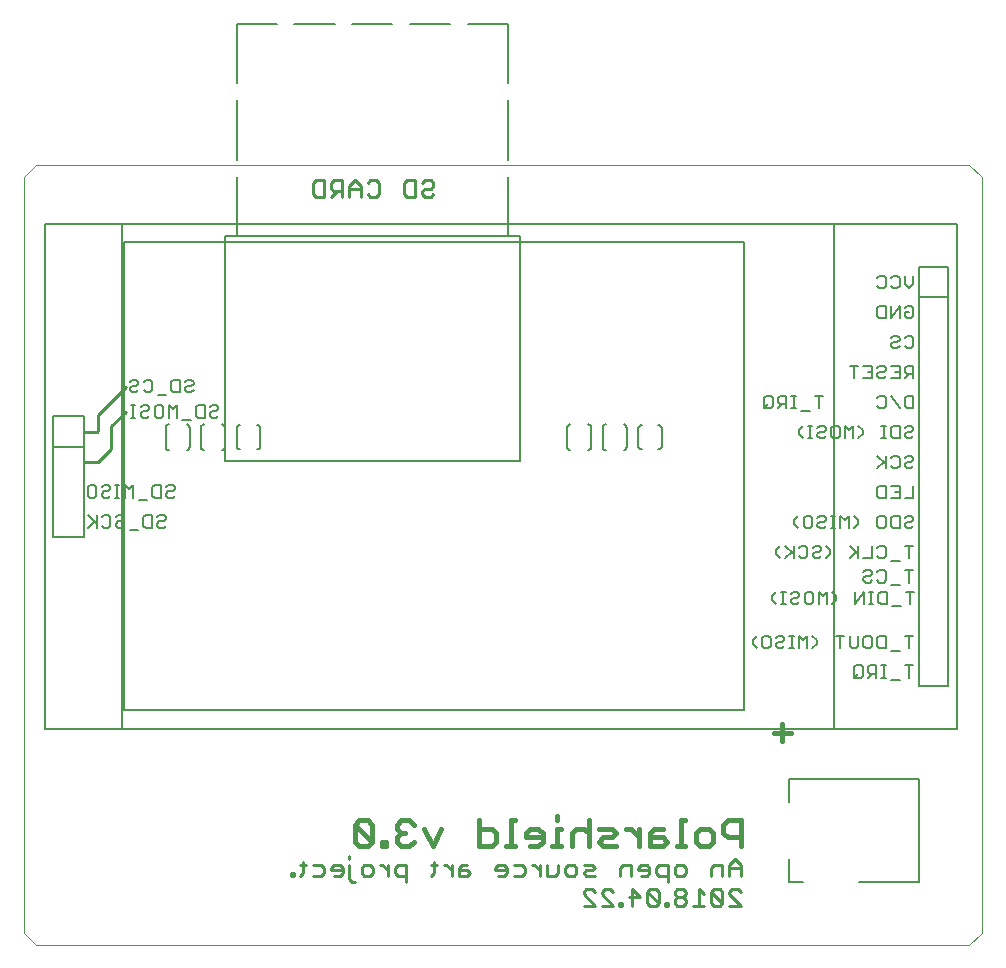
<source format=gbo>
G75*
%MOIN*%
%OFA0B0*%
%FSLAX25Y25*%
%IPPOS*%
%LPD*%
%AMOC8*
5,1,8,0,0,1.08239X$1,22.5*
%
%ADD10C,0.00000*%
%ADD11C,0.01500*%
%ADD12C,0.00800*%
%ADD13C,0.01000*%
%ADD14C,0.00500*%
D10*
X0001000Y0004937D02*
X0001000Y0256906D01*
X0004937Y0260843D01*
X0315961Y0260843D01*
X0320409Y0256906D01*
X0320409Y0004937D01*
X0315961Y0001000D01*
X0004937Y0001000D01*
X0001000Y0004937D01*
D11*
X0111405Y0035399D02*
X0112823Y0033982D01*
X0115659Y0033982D01*
X0117077Y0035399D01*
X0111405Y0041071D01*
X0111405Y0035399D01*
X0117077Y0035399D02*
X0117077Y0041071D01*
X0115659Y0042489D01*
X0112823Y0042489D01*
X0111405Y0041071D01*
X0120263Y0035399D02*
X0120263Y0033982D01*
X0121680Y0033982D01*
X0121680Y0035399D01*
X0120263Y0035399D01*
X0125217Y0035399D02*
X0126635Y0033982D01*
X0129470Y0033982D01*
X0130888Y0035399D01*
X0128053Y0038235D02*
X0126635Y0038235D01*
X0125217Y0036817D01*
X0125217Y0035399D01*
X0126635Y0038235D02*
X0125217Y0039653D01*
X0125217Y0041071D01*
X0126635Y0042489D01*
X0129470Y0042489D01*
X0130888Y0041071D01*
X0134425Y0039653D02*
X0137260Y0033982D01*
X0140096Y0039653D01*
X0152840Y0039653D02*
X0157094Y0039653D01*
X0158512Y0038235D01*
X0158512Y0035399D01*
X0157094Y0033982D01*
X0152840Y0033982D01*
X0152840Y0042489D01*
X0163233Y0042489D02*
X0163233Y0033982D01*
X0164650Y0033982D02*
X0161815Y0033982D01*
X0168187Y0036817D02*
X0168187Y0038235D01*
X0169605Y0039653D01*
X0172440Y0039653D01*
X0173858Y0038235D01*
X0173858Y0035399D01*
X0172440Y0033982D01*
X0169605Y0033982D01*
X0168187Y0036817D02*
X0173858Y0036817D01*
X0177161Y0033982D02*
X0179997Y0033982D01*
X0178579Y0033982D02*
X0178579Y0039653D01*
X0179997Y0039653D01*
X0178579Y0042489D02*
X0178579Y0043907D01*
X0183533Y0038235D02*
X0183533Y0033982D01*
X0189205Y0033982D02*
X0189205Y0042489D01*
X0187787Y0039653D02*
X0184951Y0039653D01*
X0183533Y0038235D01*
X0187787Y0039653D02*
X0189205Y0038235D01*
X0192741Y0039653D02*
X0196995Y0039653D01*
X0198413Y0038235D01*
X0196995Y0036817D01*
X0194159Y0036817D01*
X0192741Y0035399D01*
X0194159Y0033982D01*
X0198413Y0033982D01*
X0201832Y0039653D02*
X0203250Y0039653D01*
X0206086Y0036817D01*
X0206086Y0033982D02*
X0206086Y0039653D01*
X0209622Y0038235D02*
X0209622Y0033982D01*
X0213876Y0033982D01*
X0215294Y0035399D01*
X0213876Y0036817D01*
X0209622Y0036817D01*
X0209622Y0038235D02*
X0211040Y0039653D01*
X0213876Y0039653D01*
X0220014Y0042489D02*
X0220014Y0033982D01*
X0218597Y0033982D02*
X0221432Y0033982D01*
X0224969Y0035399D02*
X0224969Y0038235D01*
X0226387Y0039653D01*
X0229222Y0039653D01*
X0230640Y0038235D01*
X0230640Y0035399D01*
X0229222Y0033982D01*
X0226387Y0033982D01*
X0224969Y0035399D01*
X0221432Y0042489D02*
X0220014Y0042489D01*
X0234177Y0041071D02*
X0234177Y0038235D01*
X0235594Y0036817D01*
X0239848Y0036817D01*
X0239848Y0033982D02*
X0239848Y0042489D01*
X0235594Y0042489D01*
X0234177Y0041071D01*
X0253798Y0068916D02*
X0253798Y0074587D01*
X0250963Y0071752D02*
X0256634Y0071752D01*
X0164650Y0042489D02*
X0163233Y0042489D01*
D12*
X0243871Y0101226D02*
X0243871Y0102628D01*
X0245273Y0104029D01*
X0247074Y0103328D02*
X0247775Y0104029D01*
X0249176Y0104029D01*
X0249877Y0103328D01*
X0249877Y0100526D01*
X0249176Y0099825D01*
X0247775Y0099825D01*
X0247074Y0100526D01*
X0247074Y0103328D01*
X0243871Y0101226D02*
X0245273Y0099825D01*
X0251678Y0100526D02*
X0252379Y0099825D01*
X0253780Y0099825D01*
X0254480Y0100526D01*
X0253780Y0101927D02*
X0254480Y0102628D01*
X0254480Y0103328D01*
X0253780Y0104029D01*
X0252379Y0104029D01*
X0251678Y0103328D01*
X0252379Y0101927D02*
X0251678Y0101226D01*
X0251678Y0100526D01*
X0252379Y0101927D02*
X0253780Y0101927D01*
X0256149Y0104029D02*
X0257550Y0104029D01*
X0256849Y0104029D02*
X0256849Y0099825D01*
X0256149Y0099825D02*
X0257550Y0099825D01*
X0259351Y0099825D02*
X0259351Y0104029D01*
X0260752Y0102628D01*
X0262154Y0104029D01*
X0262154Y0099825D01*
X0263822Y0099825D02*
X0265223Y0101226D01*
X0265223Y0102628D01*
X0263822Y0104029D01*
X0271628Y0104029D02*
X0274431Y0104029D01*
X0273030Y0104029D02*
X0273030Y0099825D01*
X0276232Y0100526D02*
X0276232Y0104029D01*
X0279035Y0104029D02*
X0279035Y0100526D01*
X0278334Y0099825D01*
X0276933Y0099825D01*
X0276232Y0100526D01*
X0280836Y0100526D02*
X0280836Y0103328D01*
X0281537Y0104029D01*
X0282938Y0104029D01*
X0283639Y0103328D01*
X0283639Y0100526D01*
X0282938Y0099825D01*
X0281537Y0099825D01*
X0280836Y0100526D01*
X0285440Y0100526D02*
X0285440Y0103328D01*
X0286141Y0104029D01*
X0288243Y0104029D01*
X0288243Y0099825D01*
X0286141Y0099825D01*
X0285440Y0100526D01*
X0290044Y0099125D02*
X0292846Y0099125D01*
X0296049Y0099825D02*
X0296049Y0104029D01*
X0297450Y0104029D02*
X0294648Y0104029D01*
X0294648Y0094186D02*
X0297450Y0094186D01*
X0296049Y0094186D02*
X0296049Y0089983D01*
X0292846Y0089282D02*
X0290044Y0089282D01*
X0288243Y0089983D02*
X0286841Y0089983D01*
X0287542Y0089983D02*
X0287542Y0094186D01*
X0288243Y0094186D02*
X0286841Y0094186D01*
X0285173Y0094186D02*
X0285173Y0089983D01*
X0285173Y0091384D02*
X0283071Y0091384D01*
X0282371Y0092084D01*
X0282371Y0093486D01*
X0283071Y0094186D01*
X0285173Y0094186D01*
X0283772Y0091384D02*
X0282371Y0089983D01*
X0280569Y0090683D02*
X0279869Y0089983D01*
X0278468Y0089983D01*
X0277767Y0090683D01*
X0277767Y0093486D01*
X0278468Y0094186D01*
X0279869Y0094186D01*
X0280569Y0093486D01*
X0280569Y0090683D01*
X0279168Y0091384D02*
X0277767Y0089983D01*
X0290438Y0113849D02*
X0293240Y0113849D01*
X0296443Y0114550D02*
X0296443Y0118753D01*
X0297844Y0118753D02*
X0295042Y0118753D01*
X0296049Y0121794D02*
X0296049Y0125997D01*
X0297450Y0125997D02*
X0294648Y0125997D01*
X0292846Y0129125D02*
X0290044Y0129125D01*
X0288243Y0130526D02*
X0287542Y0129825D01*
X0286141Y0129825D01*
X0285440Y0130526D01*
X0283639Y0129825D02*
X0280836Y0129825D01*
X0279035Y0129825D02*
X0279035Y0134029D01*
X0278334Y0131927D02*
X0276232Y0129825D01*
X0279035Y0131226D02*
X0276232Y0134029D01*
X0275965Y0139825D02*
X0275965Y0144029D01*
X0274564Y0142628D01*
X0273163Y0144029D01*
X0273163Y0139825D01*
X0271361Y0139825D02*
X0269960Y0139825D01*
X0270661Y0139825D02*
X0270661Y0144029D01*
X0271361Y0144029D02*
X0269960Y0144029D01*
X0268292Y0143328D02*
X0268292Y0142628D01*
X0267592Y0141927D01*
X0266190Y0141927D01*
X0265490Y0141226D01*
X0265490Y0140526D01*
X0266190Y0139825D01*
X0267592Y0139825D01*
X0268292Y0140526D01*
X0268292Y0143328D02*
X0267592Y0144029D01*
X0266190Y0144029D01*
X0265490Y0143328D01*
X0263688Y0143328D02*
X0263688Y0140526D01*
X0262988Y0139825D01*
X0261586Y0139825D01*
X0260886Y0140526D01*
X0260886Y0143328D01*
X0261586Y0144029D01*
X0262988Y0144029D01*
X0263688Y0143328D01*
X0259084Y0144029D02*
X0257683Y0142628D01*
X0257683Y0141226D01*
X0259084Y0139825D01*
X0260052Y0134029D02*
X0261453Y0134029D01*
X0262154Y0133328D01*
X0262154Y0130526D01*
X0261453Y0129825D01*
X0260052Y0129825D01*
X0259351Y0130526D01*
X0257550Y0131226D02*
X0254747Y0134029D01*
X0252946Y0134029D02*
X0251545Y0132628D01*
X0251545Y0131226D01*
X0252946Y0129825D01*
X0254747Y0129825D02*
X0256849Y0131927D01*
X0257550Y0134029D02*
X0257550Y0129825D01*
X0259351Y0133328D02*
X0260052Y0134029D01*
X0263955Y0133328D02*
X0264656Y0134029D01*
X0266057Y0134029D01*
X0266758Y0133328D01*
X0266758Y0132628D01*
X0266057Y0131927D01*
X0264656Y0131927D01*
X0263955Y0131226D01*
X0263955Y0130526D01*
X0264656Y0129825D01*
X0266057Y0129825D01*
X0266758Y0130526D01*
X0268426Y0129825D02*
X0269827Y0131226D01*
X0269827Y0132628D01*
X0268426Y0134029D01*
X0277634Y0139825D02*
X0279035Y0141226D01*
X0279035Y0142628D01*
X0277634Y0144029D01*
X0285440Y0143328D02*
X0285440Y0140526D01*
X0286141Y0139825D01*
X0287542Y0139825D01*
X0288243Y0140526D01*
X0288243Y0143328D01*
X0287542Y0144029D01*
X0286141Y0144029D01*
X0285440Y0143328D01*
X0290044Y0143328D02*
X0290044Y0140526D01*
X0290745Y0139825D01*
X0292846Y0139825D01*
X0292846Y0144029D01*
X0290745Y0144029D01*
X0290044Y0143328D01*
X0294648Y0143328D02*
X0295349Y0144029D01*
X0296750Y0144029D01*
X0297450Y0143328D01*
X0297450Y0142628D01*
X0296750Y0141927D01*
X0295349Y0141927D01*
X0294648Y0141226D01*
X0294648Y0140526D01*
X0295349Y0139825D01*
X0296750Y0139825D01*
X0297450Y0140526D01*
X0297450Y0134029D02*
X0294648Y0134029D01*
X0296049Y0134029D02*
X0296049Y0129825D01*
X0292846Y0121093D02*
X0290044Y0121093D01*
X0288243Y0122494D02*
X0288243Y0125297D01*
X0287542Y0125997D01*
X0286141Y0125997D01*
X0285440Y0125297D01*
X0283639Y0125297D02*
X0283639Y0124596D01*
X0282938Y0123895D01*
X0281537Y0123895D01*
X0280836Y0123195D01*
X0280836Y0122494D01*
X0281537Y0121794D01*
X0282938Y0121794D01*
X0283639Y0122494D01*
X0285440Y0122494D02*
X0286141Y0121794D01*
X0287542Y0121794D01*
X0288243Y0122494D01*
X0288636Y0118753D02*
X0286534Y0118753D01*
X0285834Y0118053D01*
X0285834Y0115250D01*
X0286534Y0114550D01*
X0288636Y0114550D01*
X0288636Y0118753D01*
X0284032Y0118753D02*
X0282631Y0118753D01*
X0283332Y0118753D02*
X0283332Y0114550D01*
X0284032Y0114550D02*
X0282631Y0114550D01*
X0280963Y0114550D02*
X0280963Y0118753D01*
X0278161Y0114550D01*
X0278161Y0118753D01*
X0271755Y0117352D02*
X0270354Y0118753D01*
X0268686Y0118753D02*
X0267285Y0117352D01*
X0265884Y0118753D01*
X0265884Y0114550D01*
X0264082Y0115250D02*
X0263381Y0114550D01*
X0261980Y0114550D01*
X0261280Y0115250D01*
X0261280Y0118053D01*
X0261980Y0118753D01*
X0263381Y0118753D01*
X0264082Y0118053D01*
X0264082Y0115250D01*
X0268686Y0114550D02*
X0268686Y0118753D01*
X0271755Y0117352D02*
X0271755Y0115951D01*
X0270354Y0114550D01*
X0280836Y0125297D02*
X0281537Y0125997D01*
X0282938Y0125997D01*
X0283639Y0125297D01*
X0283639Y0129825D02*
X0283639Y0134029D01*
X0285440Y0133328D02*
X0286141Y0134029D01*
X0287542Y0134029D01*
X0288243Y0133328D01*
X0288243Y0130526D01*
X0288243Y0149825D02*
X0286141Y0149825D01*
X0285440Y0150526D01*
X0285440Y0153328D01*
X0286141Y0154029D01*
X0288243Y0154029D01*
X0288243Y0149825D01*
X0290044Y0149825D02*
X0292846Y0149825D01*
X0292846Y0154029D01*
X0290044Y0154029D01*
X0291445Y0151927D02*
X0292846Y0151927D01*
X0294648Y0149825D02*
X0297450Y0149825D01*
X0297450Y0154029D01*
X0296750Y0159825D02*
X0295349Y0159825D01*
X0294648Y0160526D01*
X0294648Y0161226D01*
X0295349Y0161927D01*
X0296750Y0161927D01*
X0297450Y0162628D01*
X0297450Y0163328D01*
X0296750Y0164029D01*
X0295349Y0164029D01*
X0294648Y0163328D01*
X0292846Y0163328D02*
X0292846Y0160526D01*
X0292146Y0159825D01*
X0290745Y0159825D01*
X0290044Y0160526D01*
X0288243Y0161226D02*
X0285440Y0164029D01*
X0288243Y0164029D02*
X0288243Y0159825D01*
X0287542Y0161927D02*
X0285440Y0159825D01*
X0290044Y0163328D02*
X0290745Y0164029D01*
X0292146Y0164029D01*
X0292846Y0163328D01*
X0296750Y0159825D02*
X0297450Y0160526D01*
X0296750Y0169825D02*
X0295349Y0169825D01*
X0294648Y0170526D01*
X0294648Y0171226D01*
X0295349Y0171927D01*
X0296750Y0171927D01*
X0297450Y0172628D01*
X0297450Y0173328D01*
X0296750Y0174029D01*
X0295349Y0174029D01*
X0294648Y0173328D01*
X0292846Y0174029D02*
X0290745Y0174029D01*
X0290044Y0173328D01*
X0290044Y0170526D01*
X0290745Y0169825D01*
X0292846Y0169825D01*
X0292846Y0174029D01*
X0296750Y0169825D02*
X0297450Y0170526D01*
X0288243Y0169825D02*
X0286841Y0169825D01*
X0287542Y0169825D02*
X0287542Y0174029D01*
X0288243Y0174029D02*
X0286841Y0174029D01*
X0286141Y0179825D02*
X0285440Y0180526D01*
X0286141Y0179825D02*
X0287542Y0179825D01*
X0288243Y0180526D01*
X0288243Y0183328D01*
X0287542Y0184029D01*
X0286141Y0184029D01*
X0285440Y0183328D01*
X0290044Y0184029D02*
X0292846Y0179825D01*
X0294648Y0180526D02*
X0294648Y0183328D01*
X0295349Y0184029D01*
X0297450Y0184029D01*
X0297450Y0179825D01*
X0295349Y0179825D01*
X0294648Y0180526D01*
X0294648Y0189825D02*
X0296049Y0191226D01*
X0295349Y0191226D02*
X0297450Y0191226D01*
X0297450Y0189825D02*
X0297450Y0194029D01*
X0295349Y0194029D01*
X0294648Y0193328D01*
X0294648Y0191927D01*
X0295349Y0191226D01*
X0292846Y0191927D02*
X0291445Y0191927D01*
X0290044Y0194029D02*
X0292846Y0194029D01*
X0292846Y0189825D01*
X0290044Y0189825D01*
X0288243Y0190526D02*
X0287542Y0189825D01*
X0286141Y0189825D01*
X0285440Y0190526D01*
X0285440Y0191226D01*
X0286141Y0191927D01*
X0287542Y0191927D01*
X0288243Y0192628D01*
X0288243Y0193328D01*
X0287542Y0194029D01*
X0286141Y0194029D01*
X0285440Y0193328D01*
X0283639Y0194029D02*
X0283639Y0189825D01*
X0280836Y0189825D01*
X0282237Y0191927D02*
X0283639Y0191927D01*
X0283639Y0194029D02*
X0280836Y0194029D01*
X0279035Y0194029D02*
X0276232Y0194029D01*
X0277634Y0194029D02*
X0277634Y0189825D01*
X0267450Y0184029D02*
X0264648Y0184029D01*
X0266049Y0184029D02*
X0266049Y0179825D01*
X0262846Y0179125D02*
X0260044Y0179125D01*
X0258243Y0179825D02*
X0256841Y0179825D01*
X0257542Y0179825D02*
X0257542Y0184029D01*
X0258243Y0184029D02*
X0256841Y0184029D01*
X0255173Y0184029D02*
X0253071Y0184029D01*
X0252371Y0183328D01*
X0252371Y0181927D01*
X0253071Y0181226D01*
X0255173Y0181226D01*
X0255173Y0179825D02*
X0255173Y0184029D01*
X0253772Y0181226D02*
X0252371Y0179825D01*
X0250569Y0180526D02*
X0250569Y0183328D01*
X0249869Y0184029D01*
X0248468Y0184029D01*
X0247767Y0183328D01*
X0247767Y0180526D01*
X0248468Y0179825D01*
X0249869Y0179825D01*
X0250569Y0180526D01*
X0249168Y0181226D02*
X0247767Y0179825D01*
X0259218Y0172628D02*
X0260619Y0174029D01*
X0262287Y0174029D02*
X0263688Y0174029D01*
X0262988Y0174029D02*
X0262988Y0169825D01*
X0263688Y0169825D02*
X0262287Y0169825D01*
X0260619Y0169825D02*
X0259218Y0171226D01*
X0259218Y0172628D01*
X0265490Y0173328D02*
X0266190Y0174029D01*
X0267592Y0174029D01*
X0268292Y0173328D01*
X0268292Y0172628D01*
X0267592Y0171927D01*
X0266190Y0171927D01*
X0265490Y0171226D01*
X0265490Y0170526D01*
X0266190Y0169825D01*
X0267592Y0169825D01*
X0268292Y0170526D01*
X0270094Y0170526D02*
X0270794Y0169825D01*
X0272196Y0169825D01*
X0272896Y0170526D01*
X0272896Y0173328D01*
X0272196Y0174029D01*
X0270794Y0174029D01*
X0270094Y0173328D01*
X0270094Y0170526D01*
X0274698Y0169825D02*
X0274698Y0174029D01*
X0276099Y0172628D01*
X0277500Y0174029D01*
X0277500Y0169825D01*
X0279168Y0169825D02*
X0280569Y0171226D01*
X0280569Y0172628D01*
X0279168Y0174029D01*
X0290745Y0199825D02*
X0292146Y0199825D01*
X0292846Y0200526D01*
X0292146Y0201927D02*
X0290745Y0201927D01*
X0290044Y0201226D01*
X0290044Y0200526D01*
X0290745Y0199825D01*
X0292146Y0201927D02*
X0292846Y0202628D01*
X0292846Y0203328D01*
X0292146Y0204029D01*
X0290745Y0204029D01*
X0290044Y0203328D01*
X0294648Y0203328D02*
X0295349Y0204029D01*
X0296750Y0204029D01*
X0297450Y0203328D01*
X0297450Y0200526D01*
X0296750Y0199825D01*
X0295349Y0199825D01*
X0294648Y0200526D01*
X0295349Y0209825D02*
X0294648Y0210526D01*
X0294648Y0211927D01*
X0296049Y0211927D01*
X0294648Y0213328D02*
X0295349Y0214029D01*
X0296750Y0214029D01*
X0297450Y0213328D01*
X0297450Y0210526D01*
X0296750Y0209825D01*
X0295349Y0209825D01*
X0292846Y0209825D02*
X0292846Y0214029D01*
X0290044Y0209825D01*
X0290044Y0214029D01*
X0288243Y0214029D02*
X0286141Y0214029D01*
X0285440Y0213328D01*
X0285440Y0210526D01*
X0286141Y0209825D01*
X0288243Y0209825D01*
X0288243Y0214029D01*
X0287542Y0219825D02*
X0286141Y0219825D01*
X0285440Y0220526D01*
X0287542Y0219825D02*
X0288243Y0220526D01*
X0288243Y0223328D01*
X0287542Y0224029D01*
X0286141Y0224029D01*
X0285440Y0223328D01*
X0290044Y0223328D02*
X0290745Y0224029D01*
X0292146Y0224029D01*
X0292846Y0223328D01*
X0292846Y0220526D01*
X0292146Y0219825D01*
X0290745Y0219825D01*
X0290044Y0220526D01*
X0294648Y0221226D02*
X0294648Y0224029D01*
X0297450Y0224029D02*
X0297450Y0221226D01*
X0296049Y0219825D01*
X0294648Y0221226D01*
X0213598Y0173441D02*
X0213598Y0167142D01*
X0213599Y0167142D02*
X0213585Y0167083D01*
X0213568Y0167025D01*
X0213547Y0166968D01*
X0213523Y0166912D01*
X0213495Y0166858D01*
X0213465Y0166806D01*
X0213431Y0166755D01*
X0213394Y0166707D01*
X0213355Y0166661D01*
X0213312Y0166618D01*
X0213268Y0166577D01*
X0213220Y0166539D01*
X0213171Y0166504D01*
X0213119Y0166472D01*
X0213066Y0166443D01*
X0213011Y0166417D01*
X0212955Y0166395D01*
X0212897Y0166376D01*
X0212838Y0166360D01*
X0212779Y0166349D01*
X0212719Y0166340D01*
X0212658Y0166336D01*
X0212598Y0166335D01*
X0212537Y0166338D01*
X0212477Y0166344D01*
X0212417Y0166354D01*
X0206906Y0166354D02*
X0206844Y0166344D01*
X0206781Y0166338D01*
X0206718Y0166335D01*
X0206655Y0166336D01*
X0206592Y0166342D01*
X0206530Y0166351D01*
X0206468Y0166364D01*
X0206407Y0166381D01*
X0206348Y0166402D01*
X0206290Y0166427D01*
X0206233Y0166455D01*
X0206179Y0166487D01*
X0206126Y0166522D01*
X0206076Y0166560D01*
X0206028Y0166601D01*
X0205983Y0166645D01*
X0205941Y0166692D01*
X0205902Y0166742D01*
X0205866Y0166794D01*
X0205834Y0166848D01*
X0205804Y0166903D01*
X0205779Y0166961D01*
X0205757Y0167020D01*
X0205739Y0167081D01*
X0205724Y0167142D01*
X0205724Y0173441D01*
X0205739Y0173502D01*
X0205757Y0173563D01*
X0205779Y0173622D01*
X0205804Y0173680D01*
X0205834Y0173735D01*
X0205866Y0173789D01*
X0205902Y0173841D01*
X0205941Y0173891D01*
X0205983Y0173938D01*
X0206028Y0173982D01*
X0206076Y0174023D01*
X0206126Y0174061D01*
X0206179Y0174096D01*
X0206233Y0174128D01*
X0206290Y0174156D01*
X0206348Y0174181D01*
X0206407Y0174202D01*
X0206468Y0174219D01*
X0206530Y0174232D01*
X0206592Y0174241D01*
X0206655Y0174247D01*
X0206718Y0174248D01*
X0206781Y0174245D01*
X0206844Y0174239D01*
X0206906Y0174229D01*
X0201850Y0173541D02*
X0201850Y0167041D01*
X0201848Y0166981D01*
X0201843Y0166920D01*
X0201834Y0166861D01*
X0201821Y0166802D01*
X0201805Y0166743D01*
X0201785Y0166686D01*
X0201762Y0166631D01*
X0201735Y0166576D01*
X0201706Y0166524D01*
X0201673Y0166473D01*
X0201637Y0166424D01*
X0201599Y0166378D01*
X0201557Y0166334D01*
X0201513Y0166292D01*
X0201467Y0166254D01*
X0201418Y0166218D01*
X0201367Y0166185D01*
X0201315Y0166156D01*
X0201260Y0166129D01*
X0201205Y0166106D01*
X0201148Y0166086D01*
X0201089Y0166070D01*
X0201030Y0166057D01*
X0200971Y0166048D01*
X0200910Y0166043D01*
X0200850Y0166041D01*
X0194850Y0166041D02*
X0194790Y0166043D01*
X0194729Y0166048D01*
X0194670Y0166057D01*
X0194611Y0166070D01*
X0194552Y0166086D01*
X0194495Y0166106D01*
X0194440Y0166129D01*
X0194385Y0166156D01*
X0194333Y0166185D01*
X0194282Y0166218D01*
X0194233Y0166254D01*
X0194187Y0166292D01*
X0194143Y0166334D01*
X0194101Y0166378D01*
X0194063Y0166424D01*
X0194027Y0166473D01*
X0193994Y0166524D01*
X0193965Y0166576D01*
X0193938Y0166631D01*
X0193915Y0166686D01*
X0193895Y0166743D01*
X0193879Y0166802D01*
X0193866Y0166861D01*
X0193857Y0166920D01*
X0193852Y0166981D01*
X0193850Y0167041D01*
X0193850Y0173541D01*
X0193852Y0173601D01*
X0193857Y0173662D01*
X0193866Y0173721D01*
X0193879Y0173780D01*
X0193895Y0173839D01*
X0193915Y0173896D01*
X0193938Y0173951D01*
X0193965Y0174006D01*
X0193994Y0174058D01*
X0194027Y0174109D01*
X0194063Y0174158D01*
X0194101Y0174204D01*
X0194143Y0174248D01*
X0194187Y0174290D01*
X0194233Y0174328D01*
X0194282Y0174364D01*
X0194333Y0174397D01*
X0194385Y0174426D01*
X0194440Y0174453D01*
X0194495Y0174476D01*
X0194552Y0174496D01*
X0194611Y0174512D01*
X0194670Y0174525D01*
X0194729Y0174534D01*
X0194790Y0174539D01*
X0194850Y0174541D01*
X0190039Y0173541D02*
X0190039Y0167041D01*
X0190037Y0166981D01*
X0190032Y0166920D01*
X0190023Y0166861D01*
X0190010Y0166802D01*
X0189994Y0166743D01*
X0189974Y0166686D01*
X0189951Y0166631D01*
X0189924Y0166576D01*
X0189895Y0166524D01*
X0189862Y0166473D01*
X0189826Y0166424D01*
X0189788Y0166378D01*
X0189746Y0166334D01*
X0189702Y0166292D01*
X0189656Y0166254D01*
X0189607Y0166218D01*
X0189556Y0166185D01*
X0189504Y0166156D01*
X0189449Y0166129D01*
X0189394Y0166106D01*
X0189337Y0166086D01*
X0189278Y0166070D01*
X0189219Y0166057D01*
X0189160Y0166048D01*
X0189099Y0166043D01*
X0189039Y0166041D01*
X0183039Y0166041D02*
X0182979Y0166043D01*
X0182918Y0166048D01*
X0182859Y0166057D01*
X0182800Y0166070D01*
X0182741Y0166086D01*
X0182684Y0166106D01*
X0182629Y0166129D01*
X0182574Y0166156D01*
X0182522Y0166185D01*
X0182471Y0166218D01*
X0182422Y0166254D01*
X0182376Y0166292D01*
X0182332Y0166334D01*
X0182290Y0166378D01*
X0182252Y0166424D01*
X0182216Y0166473D01*
X0182183Y0166524D01*
X0182154Y0166576D01*
X0182127Y0166631D01*
X0182104Y0166686D01*
X0182084Y0166743D01*
X0182068Y0166802D01*
X0182055Y0166861D01*
X0182046Y0166920D01*
X0182041Y0166981D01*
X0182039Y0167041D01*
X0182039Y0173541D01*
X0182041Y0173601D01*
X0182046Y0173662D01*
X0182055Y0173721D01*
X0182068Y0173780D01*
X0182084Y0173839D01*
X0182104Y0173896D01*
X0182127Y0173951D01*
X0182154Y0174006D01*
X0182183Y0174058D01*
X0182216Y0174109D01*
X0182252Y0174158D01*
X0182290Y0174204D01*
X0182332Y0174248D01*
X0182376Y0174290D01*
X0182422Y0174328D01*
X0182471Y0174364D01*
X0182522Y0174397D01*
X0182574Y0174426D01*
X0182629Y0174453D01*
X0182684Y0174476D01*
X0182741Y0174496D01*
X0182800Y0174512D01*
X0182859Y0174525D01*
X0182918Y0174534D01*
X0182979Y0174539D01*
X0183039Y0174541D01*
X0189039Y0174541D02*
X0189099Y0174539D01*
X0189160Y0174534D01*
X0189219Y0174525D01*
X0189278Y0174512D01*
X0189337Y0174496D01*
X0189394Y0174476D01*
X0189449Y0174453D01*
X0189504Y0174426D01*
X0189556Y0174397D01*
X0189607Y0174364D01*
X0189656Y0174328D01*
X0189702Y0174290D01*
X0189746Y0174248D01*
X0189788Y0174204D01*
X0189826Y0174158D01*
X0189862Y0174109D01*
X0189895Y0174058D01*
X0189924Y0174006D01*
X0189951Y0173951D01*
X0189974Y0173896D01*
X0189994Y0173839D01*
X0190010Y0173780D01*
X0190023Y0173721D01*
X0190032Y0173662D01*
X0190037Y0173601D01*
X0190039Y0173541D01*
X0200850Y0174541D02*
X0200910Y0174539D01*
X0200971Y0174534D01*
X0201030Y0174525D01*
X0201089Y0174512D01*
X0201148Y0174496D01*
X0201205Y0174476D01*
X0201260Y0174453D01*
X0201315Y0174426D01*
X0201367Y0174397D01*
X0201418Y0174364D01*
X0201467Y0174328D01*
X0201513Y0174290D01*
X0201557Y0174248D01*
X0201599Y0174204D01*
X0201637Y0174158D01*
X0201673Y0174109D01*
X0201706Y0174058D01*
X0201735Y0174006D01*
X0201762Y0173951D01*
X0201785Y0173896D01*
X0201805Y0173839D01*
X0201821Y0173780D01*
X0201834Y0173721D01*
X0201843Y0173662D01*
X0201848Y0173601D01*
X0201850Y0173541D01*
X0212417Y0174229D02*
X0212477Y0174239D01*
X0212537Y0174245D01*
X0212598Y0174248D01*
X0212658Y0174247D01*
X0212719Y0174243D01*
X0212779Y0174234D01*
X0212838Y0174223D01*
X0212897Y0174207D01*
X0212955Y0174188D01*
X0213011Y0174166D01*
X0213066Y0174140D01*
X0213119Y0174111D01*
X0213171Y0174079D01*
X0213220Y0174044D01*
X0213268Y0174006D01*
X0213312Y0173965D01*
X0213355Y0173922D01*
X0213394Y0173876D01*
X0213431Y0173828D01*
X0213465Y0173777D01*
X0213495Y0173725D01*
X0213523Y0173671D01*
X0213547Y0173615D01*
X0213568Y0173558D01*
X0213585Y0173500D01*
X0213599Y0173441D01*
X0251805Y0118753D02*
X0250404Y0117352D01*
X0250404Y0115951D01*
X0251805Y0114550D01*
X0253473Y0114550D02*
X0254874Y0114550D01*
X0254174Y0114550D02*
X0254174Y0118753D01*
X0254874Y0118753D02*
X0253473Y0118753D01*
X0256676Y0118053D02*
X0257376Y0118753D01*
X0258777Y0118753D01*
X0259478Y0118053D01*
X0259478Y0117352D01*
X0258777Y0116651D01*
X0257376Y0116651D01*
X0256676Y0115951D01*
X0256676Y0115250D01*
X0257376Y0114550D01*
X0258777Y0114550D01*
X0259478Y0115250D01*
X0255887Y0056306D02*
X0255887Y0048638D01*
X0255887Y0056306D02*
X0299213Y0056306D01*
X0299213Y0022072D01*
X0279346Y0022072D01*
X0260843Y0022072D02*
X0255887Y0022072D01*
X0255887Y0029740D01*
X0079740Y0167142D02*
X0079740Y0173441D01*
X0079741Y0173441D02*
X0079727Y0173500D01*
X0079710Y0173558D01*
X0079689Y0173615D01*
X0079665Y0173671D01*
X0079637Y0173725D01*
X0079607Y0173777D01*
X0079573Y0173828D01*
X0079536Y0173876D01*
X0079497Y0173922D01*
X0079454Y0173965D01*
X0079410Y0174006D01*
X0079362Y0174044D01*
X0079313Y0174079D01*
X0079261Y0174111D01*
X0079208Y0174140D01*
X0079153Y0174166D01*
X0079097Y0174188D01*
X0079039Y0174207D01*
X0078980Y0174223D01*
X0078921Y0174234D01*
X0078861Y0174243D01*
X0078800Y0174247D01*
X0078740Y0174248D01*
X0078679Y0174245D01*
X0078619Y0174239D01*
X0078559Y0174229D01*
X0073047Y0174229D02*
X0072985Y0174239D01*
X0072922Y0174245D01*
X0072859Y0174248D01*
X0072796Y0174247D01*
X0072733Y0174241D01*
X0072671Y0174232D01*
X0072609Y0174219D01*
X0072548Y0174202D01*
X0072489Y0174181D01*
X0072431Y0174156D01*
X0072374Y0174128D01*
X0072320Y0174096D01*
X0072267Y0174061D01*
X0072217Y0174023D01*
X0072169Y0173982D01*
X0072124Y0173938D01*
X0072082Y0173891D01*
X0072043Y0173841D01*
X0072007Y0173789D01*
X0071975Y0173735D01*
X0071945Y0173680D01*
X0071920Y0173622D01*
X0071898Y0173563D01*
X0071880Y0173502D01*
X0071865Y0173441D01*
X0071866Y0173441D02*
X0071866Y0167142D01*
X0071865Y0167142D02*
X0071880Y0167081D01*
X0071898Y0167020D01*
X0071920Y0166961D01*
X0071945Y0166903D01*
X0071975Y0166848D01*
X0072007Y0166794D01*
X0072043Y0166742D01*
X0072082Y0166692D01*
X0072124Y0166645D01*
X0072169Y0166601D01*
X0072217Y0166560D01*
X0072267Y0166522D01*
X0072320Y0166487D01*
X0072374Y0166455D01*
X0072431Y0166427D01*
X0072489Y0166402D01*
X0072548Y0166381D01*
X0072609Y0166364D01*
X0072671Y0166351D01*
X0072733Y0166342D01*
X0072796Y0166336D01*
X0072859Y0166335D01*
X0072922Y0166338D01*
X0072985Y0166344D01*
X0073047Y0166354D01*
X0067992Y0167041D02*
X0067992Y0173541D01*
X0067990Y0173601D01*
X0067985Y0173662D01*
X0067976Y0173721D01*
X0067963Y0173780D01*
X0067947Y0173839D01*
X0067927Y0173896D01*
X0067904Y0173951D01*
X0067877Y0174006D01*
X0067848Y0174058D01*
X0067815Y0174109D01*
X0067779Y0174158D01*
X0067741Y0174204D01*
X0067699Y0174248D01*
X0067655Y0174290D01*
X0067609Y0174328D01*
X0067560Y0174364D01*
X0067509Y0174397D01*
X0067457Y0174426D01*
X0067402Y0174453D01*
X0067347Y0174476D01*
X0067290Y0174496D01*
X0067231Y0174512D01*
X0067172Y0174525D01*
X0067113Y0174534D01*
X0067052Y0174539D01*
X0066992Y0174541D01*
X0065096Y0176754D02*
X0063695Y0176754D01*
X0062994Y0177455D01*
X0062994Y0178156D01*
X0063695Y0178856D01*
X0065096Y0178856D01*
X0065797Y0179557D01*
X0065797Y0180257D01*
X0065096Y0180958D01*
X0063695Y0180958D01*
X0062994Y0180257D01*
X0061193Y0180958D02*
X0059091Y0180958D01*
X0058391Y0180257D01*
X0058391Y0177455D01*
X0059091Y0176754D01*
X0061193Y0176754D01*
X0061193Y0180958D01*
X0065096Y0176754D02*
X0065797Y0177455D01*
X0060992Y0174541D02*
X0060932Y0174539D01*
X0060871Y0174534D01*
X0060812Y0174525D01*
X0060753Y0174512D01*
X0060694Y0174496D01*
X0060637Y0174476D01*
X0060582Y0174453D01*
X0060527Y0174426D01*
X0060475Y0174397D01*
X0060424Y0174364D01*
X0060375Y0174328D01*
X0060329Y0174290D01*
X0060285Y0174248D01*
X0060243Y0174204D01*
X0060205Y0174158D01*
X0060169Y0174109D01*
X0060136Y0174058D01*
X0060107Y0174006D01*
X0060080Y0173951D01*
X0060057Y0173896D01*
X0060037Y0173839D01*
X0060021Y0173780D01*
X0060008Y0173721D01*
X0059999Y0173662D01*
X0059994Y0173601D01*
X0059992Y0173541D01*
X0059992Y0167041D01*
X0059994Y0166981D01*
X0059999Y0166920D01*
X0060008Y0166861D01*
X0060021Y0166802D01*
X0060037Y0166743D01*
X0060057Y0166686D01*
X0060080Y0166631D01*
X0060107Y0166576D01*
X0060136Y0166524D01*
X0060169Y0166473D01*
X0060205Y0166424D01*
X0060243Y0166378D01*
X0060285Y0166334D01*
X0060329Y0166292D01*
X0060375Y0166254D01*
X0060424Y0166218D01*
X0060475Y0166185D01*
X0060527Y0166156D01*
X0060582Y0166129D01*
X0060637Y0166106D01*
X0060694Y0166086D01*
X0060753Y0166070D01*
X0060812Y0166057D01*
X0060871Y0166048D01*
X0060932Y0166043D01*
X0060992Y0166041D01*
X0056181Y0167041D02*
X0056181Y0173541D01*
X0056179Y0173601D01*
X0056174Y0173662D01*
X0056165Y0173721D01*
X0056152Y0173780D01*
X0056136Y0173839D01*
X0056116Y0173896D01*
X0056093Y0173951D01*
X0056066Y0174006D01*
X0056037Y0174058D01*
X0056004Y0174109D01*
X0055968Y0174158D01*
X0055930Y0174204D01*
X0055888Y0174248D01*
X0055844Y0174290D01*
X0055798Y0174328D01*
X0055749Y0174364D01*
X0055698Y0174397D01*
X0055646Y0174426D01*
X0055591Y0174453D01*
X0055536Y0174476D01*
X0055479Y0174496D01*
X0055420Y0174512D01*
X0055361Y0174525D01*
X0055302Y0174534D01*
X0055241Y0174539D01*
X0055181Y0174541D01*
X0053787Y0176054D02*
X0056589Y0176054D01*
X0051985Y0176754D02*
X0051985Y0180958D01*
X0050584Y0179557D01*
X0049183Y0180958D01*
X0049183Y0176754D01*
X0047381Y0177455D02*
X0047381Y0180257D01*
X0046681Y0180958D01*
X0045279Y0180958D01*
X0044579Y0180257D01*
X0044579Y0177455D01*
X0045279Y0176754D01*
X0046681Y0176754D01*
X0047381Y0177455D01*
X0048181Y0173541D02*
X0048181Y0167041D01*
X0048183Y0166981D01*
X0048188Y0166920D01*
X0048197Y0166861D01*
X0048210Y0166802D01*
X0048226Y0166743D01*
X0048246Y0166686D01*
X0048269Y0166631D01*
X0048296Y0166576D01*
X0048325Y0166524D01*
X0048358Y0166473D01*
X0048394Y0166424D01*
X0048432Y0166378D01*
X0048474Y0166334D01*
X0048518Y0166292D01*
X0048564Y0166254D01*
X0048613Y0166218D01*
X0048664Y0166185D01*
X0048716Y0166156D01*
X0048771Y0166129D01*
X0048826Y0166106D01*
X0048883Y0166086D01*
X0048942Y0166070D01*
X0049001Y0166057D01*
X0049060Y0166048D01*
X0049121Y0166043D01*
X0049181Y0166041D01*
X0055181Y0166041D02*
X0055241Y0166043D01*
X0055302Y0166048D01*
X0055361Y0166057D01*
X0055420Y0166070D01*
X0055479Y0166086D01*
X0055536Y0166106D01*
X0055591Y0166129D01*
X0055646Y0166156D01*
X0055698Y0166185D01*
X0055749Y0166218D01*
X0055798Y0166254D01*
X0055844Y0166292D01*
X0055888Y0166334D01*
X0055930Y0166378D01*
X0055968Y0166424D01*
X0056004Y0166473D01*
X0056037Y0166524D01*
X0056066Y0166576D01*
X0056093Y0166631D01*
X0056116Y0166686D01*
X0056136Y0166743D01*
X0056152Y0166802D01*
X0056165Y0166861D01*
X0056174Y0166920D01*
X0056179Y0166981D01*
X0056181Y0167041D01*
X0049181Y0174541D02*
X0049121Y0174539D01*
X0049060Y0174534D01*
X0049001Y0174525D01*
X0048942Y0174512D01*
X0048883Y0174496D01*
X0048826Y0174476D01*
X0048771Y0174453D01*
X0048716Y0174426D01*
X0048664Y0174397D01*
X0048613Y0174364D01*
X0048564Y0174328D01*
X0048518Y0174290D01*
X0048474Y0174248D01*
X0048432Y0174204D01*
X0048394Y0174158D01*
X0048358Y0174109D01*
X0048325Y0174058D01*
X0048296Y0174006D01*
X0048269Y0173951D01*
X0048246Y0173896D01*
X0048226Y0173839D01*
X0048210Y0173780D01*
X0048197Y0173721D01*
X0048188Y0173662D01*
X0048183Y0173601D01*
X0048181Y0173541D01*
X0042777Y0177455D02*
X0042077Y0176754D01*
X0040675Y0176754D01*
X0039975Y0177455D01*
X0039975Y0178156D01*
X0040675Y0178856D01*
X0042077Y0178856D01*
X0042777Y0179557D01*
X0042777Y0180257D01*
X0042077Y0180958D01*
X0040675Y0180958D01*
X0039975Y0180257D01*
X0038173Y0180958D02*
X0036772Y0180958D01*
X0037473Y0180958D02*
X0037473Y0176754D01*
X0038173Y0176754D02*
X0036772Y0176754D01*
X0037012Y0185180D02*
X0038413Y0185180D01*
X0039113Y0185880D01*
X0038413Y0187281D02*
X0039113Y0187982D01*
X0039113Y0188683D01*
X0038413Y0189383D01*
X0037012Y0189383D01*
X0036311Y0188683D01*
X0037012Y0187281D02*
X0036311Y0186581D01*
X0036311Y0185880D01*
X0037012Y0185180D01*
X0037012Y0187281D02*
X0038413Y0187281D01*
X0040915Y0185880D02*
X0041616Y0185180D01*
X0043017Y0185180D01*
X0043717Y0185880D01*
X0043717Y0188683D01*
X0043017Y0189383D01*
X0041616Y0189383D01*
X0040915Y0188683D01*
X0045519Y0184479D02*
X0048321Y0184479D01*
X0050123Y0185880D02*
X0050823Y0185180D01*
X0052925Y0185180D01*
X0052925Y0189383D01*
X0050823Y0189383D01*
X0050123Y0188683D01*
X0050123Y0185880D01*
X0054727Y0185880D02*
X0055427Y0185180D01*
X0056829Y0185180D01*
X0057529Y0185880D01*
X0056829Y0187281D02*
X0055427Y0187281D01*
X0054727Y0186581D01*
X0054727Y0185880D01*
X0056829Y0187281D02*
X0057529Y0187982D01*
X0057529Y0188683D01*
X0056829Y0189383D01*
X0055427Y0189383D01*
X0054727Y0188683D01*
X0067992Y0167041D02*
X0067990Y0166981D01*
X0067985Y0166920D01*
X0067976Y0166861D01*
X0067963Y0166802D01*
X0067947Y0166743D01*
X0067927Y0166686D01*
X0067904Y0166631D01*
X0067877Y0166576D01*
X0067848Y0166524D01*
X0067815Y0166473D01*
X0067779Y0166424D01*
X0067741Y0166378D01*
X0067699Y0166334D01*
X0067655Y0166292D01*
X0067609Y0166254D01*
X0067560Y0166218D01*
X0067509Y0166185D01*
X0067457Y0166156D01*
X0067402Y0166129D01*
X0067347Y0166106D01*
X0067290Y0166086D01*
X0067231Y0166070D01*
X0067172Y0166057D01*
X0067113Y0166048D01*
X0067052Y0166043D01*
X0066992Y0166041D01*
X0078559Y0166354D02*
X0078619Y0166344D01*
X0078679Y0166338D01*
X0078740Y0166335D01*
X0078800Y0166336D01*
X0078861Y0166340D01*
X0078921Y0166349D01*
X0078980Y0166360D01*
X0079039Y0166376D01*
X0079097Y0166395D01*
X0079153Y0166417D01*
X0079208Y0166443D01*
X0079261Y0166472D01*
X0079313Y0166504D01*
X0079362Y0166539D01*
X0079410Y0166577D01*
X0079454Y0166618D01*
X0079497Y0166661D01*
X0079536Y0166707D01*
X0079573Y0166755D01*
X0079607Y0166806D01*
X0079637Y0166858D01*
X0079665Y0166912D01*
X0079689Y0166968D01*
X0079710Y0167025D01*
X0079727Y0167083D01*
X0079741Y0167142D01*
X0051230Y0153564D02*
X0051230Y0152864D01*
X0050529Y0152163D01*
X0049128Y0152163D01*
X0048428Y0151463D01*
X0048428Y0150762D01*
X0049128Y0150061D01*
X0050529Y0150061D01*
X0051230Y0150762D01*
X0051230Y0153564D02*
X0050529Y0154265D01*
X0049128Y0154265D01*
X0048428Y0153564D01*
X0046626Y0154265D02*
X0046626Y0150061D01*
X0044524Y0150061D01*
X0043824Y0150762D01*
X0043824Y0153564D01*
X0044524Y0154265D01*
X0046626Y0154265D01*
X0042022Y0149361D02*
X0039220Y0149361D01*
X0037418Y0150061D02*
X0037418Y0154265D01*
X0036017Y0152864D01*
X0034616Y0154265D01*
X0034616Y0150061D01*
X0032814Y0150061D02*
X0031413Y0150061D01*
X0032114Y0150061D02*
X0032114Y0154265D01*
X0032814Y0154265D02*
X0031413Y0154265D01*
X0029745Y0153564D02*
X0029745Y0152864D01*
X0029044Y0152163D01*
X0027643Y0152163D01*
X0026943Y0151463D01*
X0026943Y0150762D01*
X0027643Y0150061D01*
X0029044Y0150061D01*
X0029745Y0150762D01*
X0029745Y0153564D02*
X0029044Y0154265D01*
X0027643Y0154265D01*
X0026943Y0153564D01*
X0025141Y0153564D02*
X0025141Y0150762D01*
X0024440Y0150061D01*
X0023039Y0150061D01*
X0022339Y0150762D01*
X0022339Y0153564D01*
X0023039Y0154265D01*
X0024440Y0154265D01*
X0025141Y0153564D01*
X0025218Y0144265D02*
X0025218Y0140061D01*
X0025218Y0141463D02*
X0022416Y0144265D01*
X0024518Y0142163D02*
X0022416Y0140061D01*
X0027020Y0140762D02*
X0027720Y0140061D01*
X0029122Y0140061D01*
X0029822Y0140762D01*
X0029822Y0143564D01*
X0029122Y0144265D01*
X0027720Y0144265D01*
X0027020Y0143564D01*
X0031624Y0143564D02*
X0032324Y0144265D01*
X0033725Y0144265D01*
X0034426Y0143564D01*
X0034426Y0142864D01*
X0033725Y0142163D01*
X0032324Y0142163D01*
X0031624Y0141463D01*
X0031624Y0140762D01*
X0032324Y0140061D01*
X0033725Y0140061D01*
X0034426Y0140762D01*
X0036228Y0139361D02*
X0039030Y0139361D01*
X0040831Y0140762D02*
X0040831Y0143564D01*
X0041532Y0144265D01*
X0043634Y0144265D01*
X0043634Y0140061D01*
X0041532Y0140061D01*
X0040831Y0140762D01*
X0045435Y0140762D02*
X0046136Y0140061D01*
X0047537Y0140061D01*
X0048238Y0140762D01*
X0047537Y0142163D02*
X0048238Y0142864D01*
X0048238Y0143564D01*
X0047537Y0144265D01*
X0046136Y0144265D01*
X0045435Y0143564D01*
X0046136Y0142163D02*
X0045435Y0141463D01*
X0045435Y0140762D01*
X0046136Y0142163D02*
X0047537Y0142163D01*
D13*
X0025803Y0162024D02*
X0021079Y0162024D01*
X0025803Y0162024D02*
X0030134Y0166354D01*
X0030134Y0173835D01*
X0034858Y0178559D01*
X0034858Y0186827D02*
X0025803Y0177772D01*
X0025803Y0172260D01*
X0025409Y0171866D01*
X0021079Y0171866D01*
X0098242Y0250319D02*
X0097308Y0251253D01*
X0097308Y0254990D01*
X0098242Y0255924D01*
X0101045Y0255924D01*
X0101045Y0250319D01*
X0098242Y0250319D01*
X0103385Y0250319D02*
X0105254Y0252187D01*
X0104320Y0252187D02*
X0107122Y0252187D01*
X0107122Y0250319D02*
X0107122Y0255924D01*
X0104320Y0255924D01*
X0103385Y0254990D01*
X0103385Y0253121D01*
X0104320Y0252187D01*
X0109463Y0253121D02*
X0113199Y0253121D01*
X0113199Y0254055D02*
X0111331Y0255924D01*
X0109463Y0254055D01*
X0109463Y0250319D01*
X0113199Y0250319D02*
X0113199Y0254055D01*
X0115540Y0254990D02*
X0116474Y0255924D01*
X0118342Y0255924D01*
X0119276Y0254990D01*
X0119276Y0251253D01*
X0118342Y0250319D01*
X0116474Y0250319D01*
X0115540Y0251253D01*
X0127694Y0251253D02*
X0127694Y0254990D01*
X0128628Y0255924D01*
X0131431Y0255924D01*
X0131431Y0250319D01*
X0128628Y0250319D01*
X0127694Y0251253D01*
X0133771Y0251253D02*
X0134705Y0250319D01*
X0136574Y0250319D01*
X0137508Y0251253D01*
X0136574Y0253121D02*
X0134705Y0253121D01*
X0133771Y0252187D01*
X0133771Y0251253D01*
X0136574Y0253121D02*
X0137508Y0254055D01*
X0137508Y0254990D01*
X0136574Y0255924D01*
X0134705Y0255924D01*
X0133771Y0254990D01*
X0109368Y0030537D02*
X0109368Y0029603D01*
X0109368Y0027735D02*
X0109368Y0023064D01*
X0110302Y0022130D01*
X0111236Y0022130D01*
X0113577Y0024933D02*
X0113577Y0026801D01*
X0114511Y0027735D01*
X0116379Y0027735D01*
X0117313Y0026801D01*
X0117313Y0024933D01*
X0116379Y0023998D01*
X0114511Y0023998D01*
X0113577Y0024933D01*
X0107185Y0024933D02*
X0106251Y0023998D01*
X0104382Y0023998D01*
X0103448Y0025867D02*
X0107185Y0025867D01*
X0107185Y0026801D02*
X0106251Y0027735D01*
X0104382Y0027735D01*
X0103448Y0026801D01*
X0103448Y0025867D01*
X0101108Y0026801D02*
X0101108Y0024933D01*
X0100173Y0023998D01*
X0097371Y0023998D01*
X0094096Y0024933D02*
X0093162Y0023998D01*
X0094096Y0024933D02*
X0094096Y0028669D01*
X0095030Y0027735D02*
X0093162Y0027735D01*
X0090979Y0024933D02*
X0090045Y0024933D01*
X0090045Y0023998D01*
X0090979Y0023998D01*
X0090979Y0024933D01*
X0097371Y0027735D02*
X0100173Y0027735D01*
X0101108Y0026801D01*
X0107185Y0026801D02*
X0107185Y0024933D01*
X0119575Y0027735D02*
X0120509Y0027735D01*
X0122378Y0025867D01*
X0122378Y0027735D02*
X0122378Y0023998D01*
X0124718Y0024933D02*
X0125653Y0023998D01*
X0128455Y0023998D01*
X0128455Y0022130D02*
X0128455Y0027735D01*
X0125653Y0027735D01*
X0124718Y0026801D01*
X0124718Y0024933D01*
X0136715Y0023998D02*
X0137649Y0024933D01*
X0137649Y0028669D01*
X0136715Y0027735D02*
X0138584Y0027735D01*
X0140846Y0027735D02*
X0141780Y0027735D01*
X0143648Y0025867D01*
X0143648Y0027735D02*
X0143648Y0023998D01*
X0145989Y0023998D02*
X0145989Y0026801D01*
X0146923Y0027735D01*
X0148791Y0027735D01*
X0148791Y0025867D02*
X0145989Y0025867D01*
X0145989Y0023998D02*
X0148791Y0023998D01*
X0149725Y0024933D01*
X0148791Y0025867D01*
X0158143Y0025867D02*
X0161879Y0025867D01*
X0161879Y0026801D02*
X0160945Y0027735D01*
X0159077Y0027735D01*
X0158143Y0026801D01*
X0158143Y0025867D01*
X0159077Y0023998D02*
X0160945Y0023998D01*
X0161879Y0024933D01*
X0161879Y0026801D01*
X0164220Y0027735D02*
X0167023Y0027735D01*
X0167957Y0026801D01*
X0167957Y0024933D01*
X0167023Y0023998D01*
X0164220Y0023998D01*
X0170219Y0027735D02*
X0171153Y0027735D01*
X0173021Y0025867D01*
X0173021Y0027735D02*
X0173021Y0023998D01*
X0175362Y0023998D02*
X0175362Y0027735D01*
X0179098Y0027735D02*
X0179098Y0024933D01*
X0178164Y0023998D01*
X0175362Y0023998D01*
X0181439Y0024933D02*
X0182373Y0023998D01*
X0184241Y0023998D01*
X0185175Y0024933D01*
X0185175Y0026801D01*
X0184241Y0027735D01*
X0182373Y0027735D01*
X0181439Y0026801D01*
X0181439Y0024933D01*
X0187516Y0024933D02*
X0188450Y0023998D01*
X0191253Y0023998D01*
X0190318Y0025867D02*
X0188450Y0025867D01*
X0187516Y0024933D01*
X0187516Y0027735D02*
X0190318Y0027735D01*
X0191253Y0026801D01*
X0190318Y0025867D01*
X0190318Y0019703D02*
X0188450Y0019703D01*
X0187516Y0018769D01*
X0187516Y0017835D01*
X0191253Y0014098D01*
X0187516Y0014098D01*
X0191253Y0018769D02*
X0190318Y0019703D01*
X0193593Y0018769D02*
X0193593Y0017835D01*
X0197330Y0014098D01*
X0193593Y0014098D01*
X0193593Y0018769D02*
X0194527Y0019703D01*
X0196396Y0019703D01*
X0197330Y0018769D01*
X0199670Y0023998D02*
X0199670Y0026801D01*
X0200605Y0027735D01*
X0203407Y0027735D01*
X0203407Y0023998D01*
X0205748Y0025867D02*
X0209484Y0025867D01*
X0209484Y0026801D02*
X0208550Y0027735D01*
X0206682Y0027735D01*
X0205748Y0026801D01*
X0205748Y0025867D01*
X0206682Y0023998D02*
X0208550Y0023998D01*
X0209484Y0024933D01*
X0209484Y0026801D01*
X0211825Y0026801D02*
X0211825Y0024933D01*
X0212759Y0023998D01*
X0215561Y0023998D01*
X0215561Y0022130D02*
X0215561Y0027735D01*
X0212759Y0027735D01*
X0211825Y0026801D01*
X0217902Y0026801D02*
X0218836Y0027735D01*
X0220704Y0027735D01*
X0221639Y0026801D01*
X0221639Y0024933D01*
X0220704Y0023998D01*
X0218836Y0023998D01*
X0217902Y0024933D01*
X0217902Y0026801D01*
X0218836Y0019703D02*
X0217902Y0018769D01*
X0217902Y0017835D01*
X0218836Y0016901D01*
X0220704Y0016901D01*
X0221639Y0017835D01*
X0221639Y0018769D01*
X0220704Y0019703D01*
X0218836Y0019703D01*
X0218836Y0016901D02*
X0217902Y0015967D01*
X0217902Y0015033D01*
X0218836Y0014098D01*
X0220704Y0014098D01*
X0221639Y0015033D01*
X0221639Y0015967D01*
X0220704Y0016901D01*
X0223979Y0014098D02*
X0227716Y0014098D01*
X0225847Y0014098D02*
X0225847Y0019703D01*
X0227716Y0017835D01*
X0230056Y0018769D02*
X0230056Y0015033D01*
X0230991Y0014098D01*
X0232859Y0014098D01*
X0233793Y0015033D01*
X0230056Y0018769D01*
X0230991Y0019703D01*
X0232859Y0019703D01*
X0233793Y0018769D01*
X0233793Y0015033D01*
X0236134Y0014098D02*
X0239870Y0014098D01*
X0236134Y0017835D01*
X0236134Y0018769D01*
X0237068Y0019703D01*
X0238936Y0019703D01*
X0239870Y0018769D01*
X0239870Y0023998D02*
X0239870Y0027735D01*
X0238002Y0029603D01*
X0236134Y0027735D01*
X0236134Y0023998D01*
X0233793Y0023998D02*
X0233793Y0027735D01*
X0230991Y0027735D01*
X0230056Y0026801D01*
X0230056Y0023998D01*
X0236134Y0026801D02*
X0239870Y0026801D01*
X0215561Y0015033D02*
X0214627Y0015033D01*
X0214627Y0014098D01*
X0215561Y0014098D01*
X0215561Y0015033D01*
X0212523Y0015033D02*
X0208786Y0018769D01*
X0208786Y0015033D01*
X0209720Y0014098D01*
X0211589Y0014098D01*
X0212523Y0015033D01*
X0212523Y0018769D01*
X0211589Y0019703D01*
X0209720Y0019703D01*
X0208786Y0018769D01*
X0206446Y0016901D02*
X0202709Y0016901D01*
X0203643Y0019703D02*
X0203643Y0014098D01*
X0200368Y0014098D02*
X0199434Y0014098D01*
X0199434Y0015033D01*
X0200368Y0015033D01*
X0200368Y0014098D01*
X0203643Y0019703D02*
X0206446Y0016901D01*
D14*
X0241157Y0079346D02*
X0034465Y0079346D01*
X0034465Y0235252D01*
X0241157Y0235252D01*
X0241157Y0079346D01*
X0271039Y0072969D02*
X0271039Y0241157D01*
X0033795Y0241157D01*
X0033795Y0072969D01*
X0008165Y0072969D01*
X0008165Y0241157D01*
X0033795Y0241157D01*
X0067929Y0237220D02*
X0071866Y0237220D01*
X0071866Y0256906D01*
X0071866Y0262811D02*
X0071866Y0282496D01*
X0071866Y0288402D02*
X0071866Y0308087D01*
X0085252Y0308087D01*
X0091157Y0308087D02*
X0104543Y0308087D01*
X0110449Y0308087D02*
X0123835Y0308087D01*
X0129740Y0308087D02*
X0143126Y0308087D01*
X0149031Y0308087D02*
X0162417Y0308087D01*
X0162417Y0288402D01*
X0162417Y0282496D02*
X0162417Y0262811D01*
X0162417Y0256906D02*
X0162417Y0237220D01*
X0071866Y0237220D01*
X0067929Y0237220D02*
X0067929Y0162417D01*
X0166354Y0162417D01*
X0166354Y0237220D01*
X0162417Y0237220D01*
X0271039Y0241157D02*
X0312024Y0241157D01*
X0312024Y0072969D01*
X0271039Y0072969D01*
X0033795Y0072969D01*
X0021079Y0136827D02*
X0010843Y0136827D01*
X0010843Y0167142D01*
X0021079Y0167142D01*
X0021079Y0136827D01*
X0021079Y0167142D02*
X0021079Y0177378D01*
X0010843Y0177378D01*
X0010843Y0167142D01*
X0299425Y0217142D02*
X0299425Y0087220D01*
X0308874Y0087220D01*
X0308874Y0217142D01*
X0299425Y0217142D01*
X0299425Y0226984D01*
X0308874Y0226984D01*
X0308874Y0217142D01*
M02*

</source>
